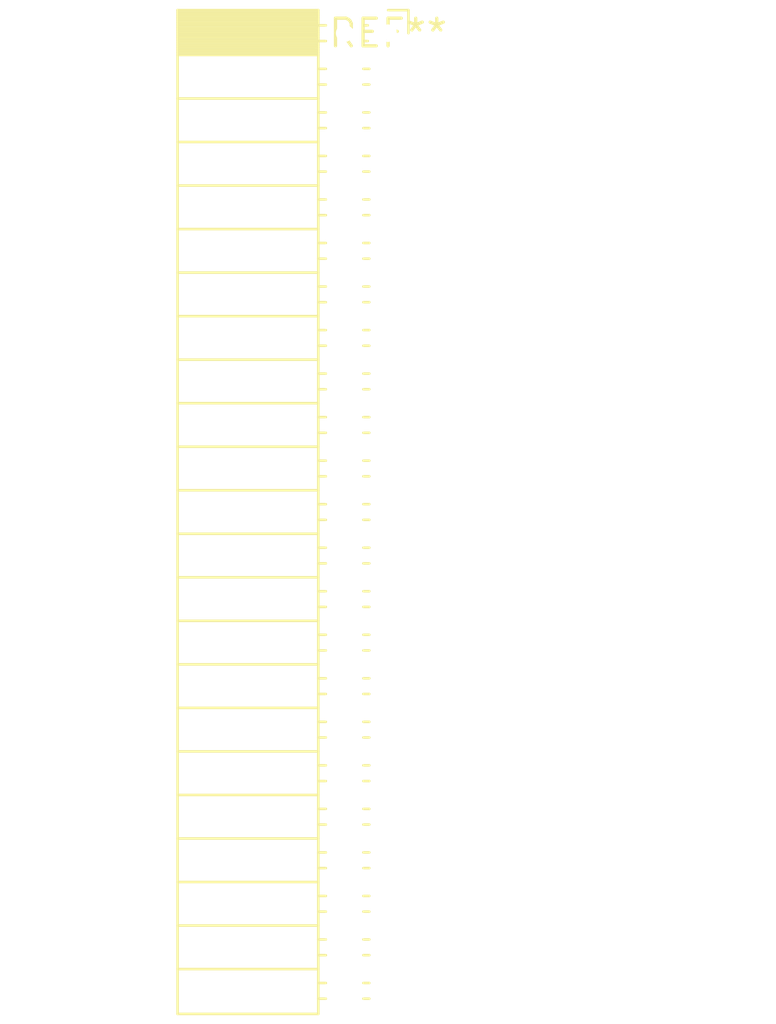
<source format=kicad_pcb>
(kicad_pcb (version 20240108) (generator pcbnew)
  (layers (0 "F.Cu" signal) (31 "B.Cu" signal) (34 "B.Paste" user) (35 "F.Paste" user) (36 "B.SilkS" user "B.Silkscreen") (37 "F.SilkS" user "F.Silkscreen") (38 "B.Mask" user) (39 "F.Mask" user) (44 "Edge.Cuts" user))
  (net 0 "")
  (footprint "PinSocket_2x23_P2.00mm_Horizontal" (layer "F.Cu") (at 0 0)
    (property "Reference" "REF**")
    (property "Value" "PinSocket_2x23_P2.00mm_Horizontal")
    (fp_line (start -9.68 -1.06) (end -9.68 45.06) (layer "F.SilkS") (stroke (width 0.12)))
    (fp_line (start -9.68 -1.06) (end -3.21 -1.06) (layer "F.SilkS") (stroke (width 0.12)))
    (fp_line (start -9.68 -0.94) (end -3.21 -0.94) (layer "F.SilkS") (stroke (width 0.12)))
    (fp_line (start -9.68 -0.825882) (end -3.21 -0.825882) (layer "F.SilkS") (stroke (width 0.12)))
    (fp_line (start -9.68 -0.711764) (end -3.21 -0.711764) (layer "F.SilkS") (stroke (width 0.12)))
    (fp_line (start -9.68 -0.597646) (end -3.21 -0.597646) (layer "F.SilkS") (stroke (width 0.12)))
    (fp_line (start -9.68 -0.483528) (end -3.21 -0.483528) (layer "F.SilkS") (stroke (width 0.12)))
    (fp_line (start -9.68 -0.36941) (end -3.21 -0.36941) (layer "F.SilkS") (stroke (width 0.12)))
    (fp_line (start -9.68 -0.255292) (end -3.21 -0.255292) (layer "F.SilkS") (stroke (width 0.12)))
    (fp_line (start -9.68 -0.141174) (end -3.21 -0.141174) (layer "F.SilkS") (stroke (width 0.12)))
    (fp_line (start -9.68 -0.027056) (end -3.21 -0.027056) (layer "F.SilkS") (stroke (width 0.12)))
    (fp_line (start -9.68 0.087062) (end -3.21 0.087062) (layer "F.SilkS") (stroke (width 0.12)))
    (fp_line (start -9.68 0.20118) (end -3.21 0.20118) (layer "F.SilkS") (stroke (width 0.12)))
    (fp_line (start -9.68 0.315298) (end -3.21 0.315298) (layer "F.SilkS") (stroke (width 0.12)))
    (fp_line (start -9.68 0.429416) (end -3.21 0.429416) (layer "F.SilkS") (stroke (width 0.12)))
    (fp_line (start -9.68 0.543534) (end -3.21 0.543534) (layer "F.SilkS") (stroke (width 0.12)))
    (fp_line (start -9.68 0.657652) (end -3.21 0.657652) (layer "F.SilkS") (stroke (width 0.12)))
    (fp_line (start -9.68 0.77177) (end -3.21 0.77177) (layer "F.SilkS") (stroke (width 0.12)))
    (fp_line (start -9.68 0.885888) (end -3.21 0.885888) (layer "F.SilkS") (stroke (width 0.12)))
    (fp_line (start -9.68 1) (end -3.21 1) (layer "F.SilkS") (stroke (width 0.12)))
    (fp_line (start -9.68 3) (end -3.21 3) (layer "F.SilkS") (stroke (width 0.12)))
    (fp_line (start -9.68 5) (end -3.21 5) (layer "F.SilkS") (stroke (width 0.12)))
    (fp_line (start -9.68 7) (end -3.21 7) (layer "F.SilkS") (stroke (width 0.12)))
    (fp_line (start -9.68 9) (end -3.21 9) (layer "F.SilkS") (stroke (width 0.12)))
    (fp_line (start -9.68 11) (end -3.21 11) (layer "F.SilkS") (stroke (width 0.12)))
    (fp_line (start -9.68 13) (end -3.21 13) (layer "F.SilkS") (stroke (width 0.12)))
    (fp_line (start -9.68 15) (end -3.21 15) (layer "F.SilkS") (stroke (width 0.12)))
    (fp_line (start -9.68 17) (end -3.21 17) (layer "F.SilkS") (stroke (width 0.12)))
    (fp_line (start -9.68 19) (end -3.21 19) (layer "F.SilkS") (stroke (width 0.12)))
    (fp_line (start -9.68 21) (end -3.21 21) (layer "F.SilkS") (stroke (width 0.12)))
    (fp_line (start -9.68 23) (end -3.21 23) (layer "F.SilkS") (stroke (width 0.12)))
    (fp_line (start -9.68 25) (end -3.21 25) (layer "F.SilkS") (stroke (width 0.12)))
    (fp_line (start -9.68 27) (end -3.21 27) (layer "F.SilkS") (stroke (width 0.12)))
    (fp_line (start -9.68 29) (end -3.21 29) (layer "F.SilkS") (stroke (width 0.12)))
    (fp_line (start -9.68 31) (end -3.21 31) (layer "F.SilkS") (stroke (width 0.12)))
    (fp_line (start -9.68 33) (end -3.21 33) (layer "F.SilkS") (stroke (width 0.12)))
    (fp_line (start -9.68 35) (end -3.21 35) (layer "F.SilkS") (stroke (width 0.12)))
    (fp_line (start -9.68 37) (end -3.21 37) (layer "F.SilkS") (stroke (width 0.12)))
    (fp_line (start -9.68 39) (end -3.21 39) (layer "F.SilkS") (stroke (width 0.12)))
    (fp_line (start -9.68 41) (end -3.21 41) (layer "F.SilkS") (stroke (width 0.12)))
    (fp_line (start -9.68 43) (end -3.21 43) (layer "F.SilkS") (stroke (width 0.12)))
    (fp_line (start -9.68 45.06) (end -3.21 45.06) (layer "F.SilkS") (stroke (width 0.12)))
    (fp_line (start -3.21 -1.06) (end -3.21 45.06) (layer "F.SilkS") (stroke (width 0.12)))
    (fp_line (start -3.21 -0.36) (end -2.862917 -0.36) (layer "F.SilkS") (stroke (width 0.12)))
    (fp_line (start -3.21 0.36) (end -2.862917 0.36) (layer "F.SilkS") (stroke (width 0.12)))
    (fp_line (start -3.21 1.64) (end -2.862917 1.64) (layer "F.SilkS") (stroke (width 0.12)))
    (fp_line (start -3.21 2.36) (end -2.862917 2.36) (layer "F.SilkS") (stroke (width 0.12)))
    (fp_line (start -3.21 3.64) (end -2.862917 3.64) (layer "F.SilkS") (stroke (width 0.12)))
    (fp_line (start -3.21 4.36) (end -2.862917 4.36) (layer "F.SilkS") (stroke (width 0.12)))
    (fp_line (start -3.21 5.64) (end -2.862917 5.64) (layer "F.SilkS") (stroke (width 0.12)))
    (fp_line (start -3.21 6.36) (end -2.862917 6.36) (layer "F.SilkS") (stroke (width 0.12)))
    (fp_line (start -3.21 7.64) (end -2.862917 7.64) (layer "F.SilkS") (stroke (width 0.12)))
    (fp_line (start -3.21 8.36) (end -2.862917 8.36) (layer "F.SilkS") (stroke (width 0.12)))
    (fp_line (start -3.21 9.64) (end -2.862917 9.64) (layer "F.SilkS") (stroke (width 0.12)))
    (fp_line (start -3.21 10.36) (end -2.862917 10.36) (layer "F.SilkS") (stroke (width 0.12)))
    (fp_line (start -3.21 11.64) (end -2.862917 11.64) (layer "F.SilkS") (stroke (width 0.12)))
    (fp_line (start -3.21 12.36) (end -2.862917 12.36) (layer "F.SilkS") (stroke (width 0.12)))
    (fp_line (start -3.21 13.64) (end -2.862917 13.64) (layer "F.SilkS") (stroke (width 0.12)))
    (fp_line (start -3.21 14.36) (end -2.862917 14.36) (layer "F.SilkS") (stroke (width 0.12)))
    (fp_line (start -3.21 15.64) (end -2.862917 15.64) (layer "F.SilkS") (stroke (width 0.12)))
    (fp_line (start -3.21 16.36) (end -2.862917 16.36) (layer "F.SilkS") (stroke (width 0.12)))
    (fp_line (start -3.21 17.64) (end -2.862917 17.64) (layer "F.SilkS") (stroke (width 0.12)))
    (fp_line (start -3.21 18.36) (end -2.862917 18.36) (layer "F.SilkS") (stroke (width 0.12)))
    (fp_line (start -3.21 19.64) (end -2.862917 19.64) (layer "F.SilkS") (stroke (width 0.12)))
    (fp_line (start -3.21 20.36) (end -2.862917 20.36) (layer "F.SilkS") (stroke (width 0.12)))
    (fp_line (start -3.21 21.64) (end -2.862917 21.64) (layer "F.SilkS") (stroke (width 0.12)))
    (fp_line (start -3.21 22.36) (end -2.862917 22.36) (layer "F.SilkS") (stroke (width 0.12)))
    (fp_line (start -3.21 23.64) (end -2.862917 23.64) (layer "F.SilkS") (stroke (width 0.12)))
    (fp_line (start -3.21 24.36) (end -2.862917 24.36) (layer "F.SilkS") (stroke (width 0.12)))
    (fp_line (start -3.21 25.64) (end -2.862917 25.64) (layer "F.SilkS") (stroke (width 0.12)))
    (fp_line (start -3.21 26.36) (end -2.862917 26.36) (layer "F.SilkS") (stroke (width 0.12)))
    (fp_line (start -3.21 27.64) (end -2.862917 27.64) (layer "F.SilkS") (stroke (width 0.12)))
    (fp_line (start -3.21 28.36) (end -2.862917 28.36) (layer "F.SilkS") (stroke (width 0.12)))
    (fp_line (start -3.21 29.64) (end -2.862917 29.64) (layer "F.SilkS") (stroke (width 0.12)))
    (fp_line (start -3.21 30.36) (end -2.862917 30.36) (layer "F.SilkS") (stroke (width 0.12)))
    (fp_line (start -3.21 31.64) (end -2.862917 31.64) (layer "F.SilkS") (stroke (width 0.12)))
    (fp_line (start -3.21 32.36) (end -2.862917 32.36) (layer "F.SilkS") (stroke (width 0.12)))
    (fp_line (start -3.21 33.64) (end -2.862917 33.64) (layer "F.SilkS") (stroke (width 0.12)))
    (fp_line (start -3.21 34.36) (end -2.862917 34.36) (layer "F.SilkS") (stroke (width 0.12)))
    (fp_line (start -3.21 35.64) (end -2.862917 35.64) (layer "F.SilkS") (stroke (width 0.12)))
    (fp_line (start -3.21 36.36) (end -2.862917 36.36) (layer "F.SilkS") (stroke (width 0.12)))
    (fp_line (start -3.21 37.64) (end -2.862917 37.64) (layer "F.SilkS") (stroke (width 0.12)))
    (fp_line (start -3.21 38.36) (end -2.862917 38.36) (layer "F.SilkS") (stroke (width 0.12)))
    (fp_line (start -3.21 39.64) (end -2.862917 39.64) (layer "F.SilkS") (stroke (width 0.12)))
    (fp_line (start -3.21 40.36) (end -2.862917 40.36) (layer "F.SilkS") (stroke (width 0.12)))
    (fp_line (start -3.21 41.64) (end -2.862917 41.64) (layer "F.SilkS") (stroke (width 0.12)))
    (fp_line (start -3.21 42.36) (end -2.862917 42.36) (layer "F.SilkS") (stroke (width 0.12)))
    (fp_line (start -3.21 43.64) (end -2.862917 43.64) (layer "F.SilkS") (stroke (width 0.12)))
    (fp_line (start -3.21 44.36) (end -2.862917 44.36) (layer "F.SilkS") (stroke (width 0.12)))
    (fp_line (start -1.137083 -0.36) (end -0.935 -0.36) (layer "F.SilkS") (stroke (width 0.12)))
    (fp_line (start -1.137083 0.36) (end -0.935 0.36) (layer "F.SilkS") (stroke (width 0.12)))
    (fp_line (start -1.137083 1.64) (end -0.862917 1.64) (layer "F.SilkS") (stroke (width 0.12)))
    (fp_line (start -1.137083 2.36) (end -0.862917 2.36) (layer "F.SilkS") (stroke (width 0.12)))
    (fp_line (start -1.137083 3.64) (end -0.862917 3.64) (layer "F.SilkS") (stroke (width 0.12)))
    (fp_line (start -1.137083 4.36) (end -0.862917 4.36) (layer "F.SilkS") (stroke (width 0.12)))
    (fp_line (start -1.137083 5.64) (end -0.862917 5.64) (layer "F.SilkS") (stroke (width 0.12)))
    (fp_line (start -1.137083 6.36) (end -0.862917 6.36) (layer "F.SilkS") (stroke (width 0.12)))
    (fp_line (start -1.137083 7.64) (end -0.862917 7.64) (layer "F.SilkS") (stroke (width 0.12)))
    (fp_line (start -1.137083 8.36) (end -0.862917 8.36) (layer "F.SilkS") (stroke (width 0.12)))
    (fp_line (start -1.137083 9.64) (end -0.862917 9.64) (layer "F.SilkS") (stroke (width 0.12)))
    (fp_line (start -1.137083 10.36) (end -0.862917 10.36) (layer "F.SilkS") (stroke (width 0.12)))
    (fp_line (start -1.137083 11.64) (end -0.862917 11.64) (layer "F.SilkS") (stroke (width 0.12)))
    (fp_line (start -1.137083 12.36) (end -0.862917 12.36) (layer "F.SilkS") (stroke (width 0.12)))
    (fp_line (start -1.137083 13.64) (end -0.862917 13.64) (layer "F.SilkS") (stroke (width 0.12)))
    (fp_line (start -1.137083 14.36) (end -0.862917 14.36) (layer "F.SilkS") (stroke (width 0.12)))
    (fp_line (start -1.137083 15.64) (end -0.862917 15.64) (layer "F.SilkS") (stroke (width 0.12)))
    (fp_line (start -1.137083 16.36) (end -0.862917 16.36) (layer "F.SilkS") (stroke (width 0.12)))
    (fp_line (start -1.137083 17.64) (end -0.862917 17.64) (layer "F.SilkS") (stroke (width 0.12)))
    (fp_line (start -1.137083 18.36) (end -0.862917 18.36) (layer "F.SilkS") (stroke (width 0.12)))
    (fp_line (start -1.137083 19.64) (end -0.862917 19.64) (layer "F.SilkS") (stroke (width 0.12)))
    (fp_line (start -1.137083 20.36) (end -0.862917 20.36) (layer "F.SilkS") (stroke (width 0.12)))
    (fp_line (start -1.137083 21.64) (end -0.862917 21.64) (layer "F.SilkS") (stroke (width 0.12)))
    (fp_line (start -1.137083 22.36) (end -0.862917 22.36) (layer "F.SilkS") (stroke (width 0.12)))
    (fp_line (start -1.137083 23.64) (end -0.862917 23.64) (layer "F.SilkS") (stroke (width 0.12)))
    (fp_line (start -1.137083 24.36) (end -0.862917 24.36) (layer "F.SilkS") (stroke (width 0.12)))
    (fp_line (start -1.137083 25.64) (end -0.862917 25.64) (layer "F.SilkS") (stroke (width 0.12)))
    (fp_line (start -1.137083 26.36) (end -0.862917 26.36) (layer "F.SilkS") (stroke (width 0.12)))
    (fp_line (start -1.137083 27.64) (end -0.862917 27.64) (layer "F.SilkS") (stroke (width 0.12)))
    (fp_line (start -1.137083 28.36) (end -0.862917 28.36) (layer "F.SilkS") (stroke (width 0.12)))
    (fp_line (start -1.137083 29.64) (end -0.862917 29.64) (layer "F.SilkS") (stroke (width 0.12)))
    (fp_line (start -1.137083 30.36) (end -0.862917 30.36) (layer "F.SilkS") (stroke (width 0.12)))
    (fp_line (start -1.137083 31.64) (end -0.862917 31.64) (layer "F.SilkS") (stroke (width 0.12)))
    (fp_line (start -1.137083 32.36) (end -0.862917 32.36) (layer "F.SilkS") (stroke (width 0.12)))
    (fp_line (start -1.137083 33.64) (end -0.862917 33.64) (layer "F.SilkS") (stroke (width 0.12)))
    (fp_line (start -1.137083 34.36) (end -0.862917 34.36) (layer "F.SilkS") (stroke (width 0.12)))
    (fp_line (start -1.137083 35.64) (end -0.862917 35.64) (layer "F.SilkS") (stroke (width 0.12)))
    (fp_line (start -1.137083 36.36) (end -0.862917 36.36) (layer "F.SilkS") (stroke (width 0.12)))
    (fp_line (start -1.137083 37.64) (end -0.862917 37.64) (layer "F.SilkS") (stroke (width 0.12)))
    (fp_line (start -1.137083 38.36) (end -0.862917 38.36) (layer "F.SilkS") (stroke (width 0.12)))
    (fp_line (start -1.137083 39.64) (end -0.862917 39.64) (layer "F.SilkS") (stroke (width 0.12)))
    (fp_line (start -1.137083 40.36) (end -0.862917 40.36) (layer "F.SilkS") (stroke (width 0.12)))
    (fp_line (start -1.137083 41.64) (end -0.862917 41.64) (layer "F.SilkS") (stroke (width 0.12)))
    (fp_line (start -1.137083 42.36) (end -0.862917 42.36) (layer "F.SilkS") (stroke (width 0.12)))
    (fp_line (start -1.137083 43.64) (end -0.862917 43.64) (layer "F.SilkS") (stroke (width 0.12)))
    (fp_line (start -1.137083 44.36) (end -0.862917 44.36) (layer "F.SilkS") (stroke (width 0.12)))
    (fp_line (start 0 -1.06) (end 0.935 -1.06) (layer "F.SilkS") (stroke (width 0.12)))
    (fp_line (start 0.935 -1.06) (end 0.935 0) (layer "F.SilkS") (stroke (width 0.12)))
    (pad "1" thru_hole rect (at 0 0) (size 1.35 1.35) (drill 0.8) (layers *.Cu *.Mask) (remove_unused_layers))
    (pad "2" thru_hole oval (at -2 0) (size 1.35 1.35) (drill 0.8) (layers *.Cu *.Mask) (remove_unused_layers))
    (pad "3" thru_hole oval (at 0 2) (size 1.35 1.35) (drill 0.8) (layers *.Cu *.Mask) (remove_unused_layers))
    (pad "4" thru_hole oval (at -2 2) (size 1.35 1.35) (drill 0.8) (layers *.Cu *.Mask) (remove_unused_layers))
    (pad "5" thru_hole oval (at 0 4) (size 1.35 1.35) (drill 0.8) (layers *.Cu *.Mask) (remove_unused_layers))
    (pad "6" thru_hole oval (at -2 4) (size 1.35 1.35) (drill 0.8) (layers *.Cu *.Mask) (remove_unused_layers))
    (pad "7" thru_hole oval (at 0 6) (size 1.35 1.35) (drill 0.8) (layers *.Cu *.Mask) (remove_unused_layers))
    (pad "8" thru_hole oval (at -2 6) (size 1.35 1.35) (drill 0.8) (layers *.Cu *.Mask) (remove_unused_layers))
    (pad "9" thru_hole oval (at 0 8) (size 1.35 1.35) (drill 0.8) (layers *.Cu *.Mask) (remove_unused_layers))
    (pad "10" thru_hole oval (at -2 8) (size 1.35 1.35) (drill 0.8) (layers *.Cu *.Mask) (remove_unused_layers))
    (pad "11" thru_hole oval (at 0 10) (size 1.35 1.35) (drill 0.8) (layers *.Cu *.Mask) (remove_unused_layers))
    (pad "12" thru_hole oval (at -2 10) (size 1.35 1.35) (drill 0.8) (layers *.Cu *.Mask) (remove_unused_layers))
    (pad "13" thru_hole oval (at 0 12) (size 1.35 1.35) (drill 0.8) (layers *.Cu *.Mask) (remove_unused_layers))
    (pad "14" thru_hole oval (at -2 12) (size 1.35 1.35) (drill 0.8) (layers *.Cu *.Mask) (remove_unused_layers))
    (pad "15" thru_hole oval (at 0 14) (size 1.35 1.35) (drill 0.8) (layers *.Cu *.Mask) (remove_unused_layers))
    (pad "16" thru_hole oval (at -2 14) (size 1.35 1.35) (drill 0.8) (layers *.Cu *.Mask) (remove_unused_layers))
    (pad "17" thru_hole oval (at 0 16) (size 1.35 1.35) (drill 0.8) (layers *.Cu *.Mask) (remove_unused_layers))
    (pad "18" thru_hole oval (at -2 16) (size 1.35 1.35) (drill 0.8) (layers *.Cu *.Mask) (remove_unused_layers))
    (pad "19" thru_hole oval (at 0 18) (size 1.35 1.35) (drill 0.8) (layers *.Cu *.Mask) (remove_unused_layers))
    (pad "20" thru_hole oval (at -2 18) (size 1.35 1.35) (drill 0.8) (layers *.Cu *.Mask) (remove_unused_layers))
    (pad "21" thru_hole oval (at 0 20) (size 1.35 1.35) (drill 0.8) (layers *.Cu *.Mask) (remove_unused_layers))
    (pad "22" thru_hole oval (at -2 20) (size 1.35 1.35) (drill 0.8) (layers *.Cu *.Mask) (remove_unused_layers))
    (pad "23" thru_hole oval (at 0 22) (size 1.35 1.35) (drill 0.8) (layers *.Cu *.Mask) (remove_unused_layers))
    (pad "24" thru_hole oval (at -2 22) (size 1.35 1.35) (drill 0.8) (layers *.Cu *.Mask) (remove_unused_layers))
    (pad "25" thru_hole oval (at 0 24) (size 1.35 1.35) (drill 0.8) (layers *.Cu *.Mask) (remove_unused_layers))
    (pad "26" thru_hole oval (at -2 24) (size 1.35 1.35) (drill 0.8) (layers *.Cu *.Mask) (remove_unused_layers))
    (pad "27" thru_hole oval (at 0 26) (size 1.35 1.35) (drill 0.8) (layers *.Cu *.Mask) (remove_unused_layers))
    (pad "28" thru_hole oval (at -2 26) (size 1.35 1.35) (drill 0.8) (layers *.Cu *.Mask) (remove_unused_layers))
    (pad "29" thru_hole oval (at 0 28) (size 1.35 1.35) (drill 0.8) (layers *.Cu *.Mask) (remove_unused_layers))
    (pad "30" thru_hole oval (at -2 28) (size 1.35 1.35) (drill 0.8) (layers *.Cu *.Mask) (remove_unused_layers))
    (pad "31" thru_hole oval (at 0 30) (size 1.35 1.35) (drill 0.8) (layers *.Cu *.Mask) (remove_unused_layers))
    (pad "32" thru_hole oval (at -2 30) (size 1.35 1.35) (drill 0.8) (layers *.Cu *.Mask) (remove_unused_layers))
    (pad "33" thru_hole oval (at 0 32) (size 1.35 1.35) (drill 0.8) (layers *.Cu *.Mask) (remove_unused_layers))
    (pad "34" thru_hole oval (at -2 32) (size 1.35 1.35) (drill 0.8) (layers *.Cu *.Mask) (remove_unused_layers))
    (pad "35" thru_hole oval (at 0 34) (size 1.35 1.35) (drill 0.8) (layers *.Cu *.Mask) (remove_unused_layers))
    (pad "36" thru_hole oval (at -2 34) (size 1.35 1.35) (drill 0.8) (layers *.Cu *.Mask) (remove_unused_layers))
    (pad "37" thru_hole oval (at 0 36) (size 1.35 1.35) (drill 0.8) (layers *.Cu *.Mask) (remove_unused_layers))
    (pad "38" thru_hole oval (at -2 36) (size 1.35 1.35) (drill 0.8) (layers *.Cu *.Mask) (remove_unused_layers))
    (pad "39" thru_hole oval (at 0 38) (size 1.35 1.35) (drill 0.8) (layers *.Cu *.Mask) (remove_unused_layers))
    (pad "40" thru_hole oval (at -2 38) (size 1.35 1.35) (drill 0.8) (layers *.Cu *.Mask) (remove_unused_layers))
    (pad "41" thru_hole oval (at 0 40) (size 1.35 1.35) (drill 0.8) (layers *.Cu *.Mask) (remove_unused_layers))
    (pad "42" thru_hole oval (at -2 40) (size 1.35 1.35) (drill 0.8) (layers *.Cu *.Mask) (remove_unused_layers))
    (pad "43" thru_hole oval (at 0 42) (size 1.35 1.35) (drill 0.8) (layers *.Cu *.Mask) (remove_unused_layers))
    (pad "44" thru_hole oval (at -2 42) (size 1.35 1.35) (drill 0.8) (layers *.Cu *.Mask) (remove_unused_layers))
    (pad "45" thru_hole oval (at 0 44) (size 1.35 1.35) (drill 0.8) (layers *.Cu *.Mask) (remove_unused_layers))
    (pad "46" thru_hole oval (at -2 44) (size 1.35 1.35) (drill 0.8) (layers *.Cu *.Mask) (remove_unused_layers))
  )
)
</source>
